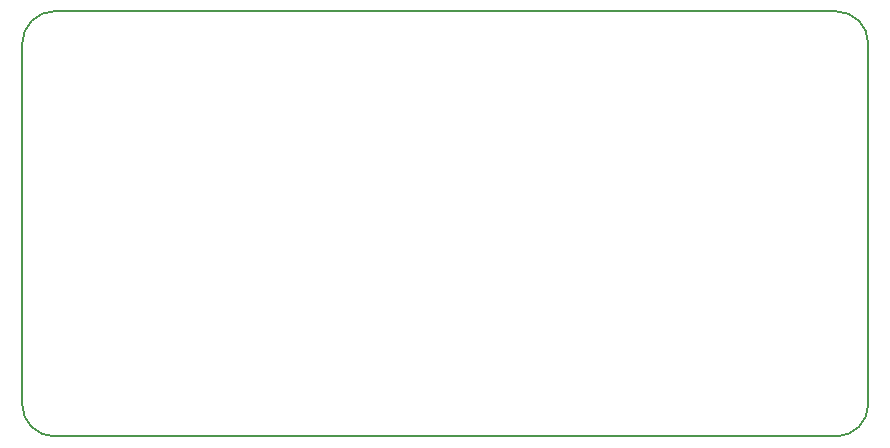
<source format=gm1>
G04 #@! TF.FileFunction,Profile,NP*
%FSLAX46Y46*%
G04 Gerber Fmt 4.6, Leading zero omitted, Abs format (unit mm)*
G04 Created by KiCad (PCBNEW 4.0.1-stable) date Tuesday, April 12, 2016 'PMt' 11:18:50 PM*
%MOMM*%
G01*
G04 APERTURE LIST*
%ADD10C,0.100000*%
%ADD11C,0.150000*%
G04 APERTURE END LIST*
D10*
D11*
X116600000Y-123250000D02*
G75*
G03X119350000Y-126000000I2750000J0D01*
G01*
X185500000Y-126000000D02*
G75*
G03X188250000Y-123250000I0J2750000D01*
G01*
X188250000Y-92750000D02*
G75*
G03X185500000Y-90000000I-2750000J0D01*
G01*
X119350000Y-90000000D02*
G75*
G03X116600000Y-92750000I0J-2750000D01*
G01*
X119350000Y-126000000D02*
X185500000Y-126000000D01*
X116600000Y-92750000D02*
X116600000Y-123250000D01*
X188250000Y-92750000D02*
X188250000Y-123250000D01*
X119350000Y-90000000D02*
X185500000Y-90000000D01*
M02*

</source>
